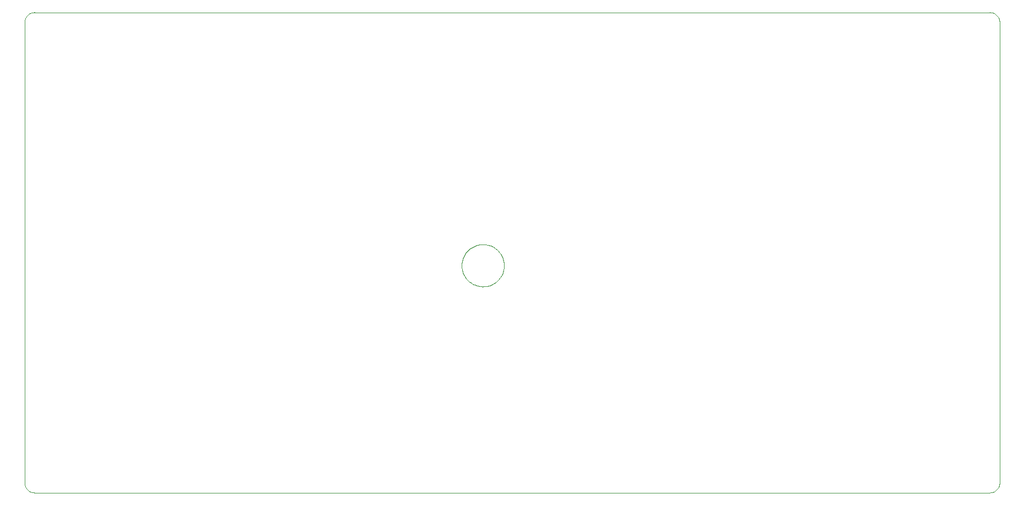
<source format=gko>
G75*
G70*
%OFA0B0*%
%FSLAX24Y24*%
%IPPOS*%
%LPD*%
%AMOC8*
5,1,8,0,0,1.08239X$1,22.5*
%
%ADD10C,0.0039*%
%ADD11C,0.0000*%
D10*
X006071Y001010D02*
X006071Y028963D01*
X006073Y029009D01*
X006078Y029055D01*
X006087Y029101D01*
X006100Y029146D01*
X006116Y029189D01*
X006135Y029231D01*
X006158Y029272D01*
X006184Y029310D01*
X006213Y029347D01*
X006244Y029381D01*
X006278Y029412D01*
X006315Y029441D01*
X006353Y029467D01*
X006394Y029490D01*
X006436Y029509D01*
X006479Y029525D01*
X006524Y029538D01*
X006570Y029547D01*
X006616Y029552D01*
X006662Y029554D01*
X006662Y029553D02*
X064536Y029553D01*
X064536Y029554D02*
X064582Y029552D01*
X064628Y029547D01*
X064674Y029538D01*
X064719Y029525D01*
X064762Y029509D01*
X064804Y029490D01*
X064845Y029467D01*
X064883Y029441D01*
X064920Y029412D01*
X064954Y029381D01*
X064985Y029347D01*
X065014Y029310D01*
X065040Y029272D01*
X065063Y029231D01*
X065082Y029189D01*
X065098Y029146D01*
X065111Y029101D01*
X065120Y029055D01*
X065125Y029009D01*
X065127Y028963D01*
X065126Y028963D02*
X065126Y001010D01*
X065127Y001010D02*
X065125Y000964D01*
X065120Y000918D01*
X065111Y000872D01*
X065098Y000827D01*
X065082Y000784D01*
X065063Y000742D01*
X065040Y000701D01*
X065014Y000663D01*
X064985Y000626D01*
X064954Y000592D01*
X064920Y000561D01*
X064883Y000532D01*
X064845Y000506D01*
X064804Y000483D01*
X064762Y000464D01*
X064719Y000448D01*
X064674Y000435D01*
X064628Y000426D01*
X064582Y000421D01*
X064536Y000419D01*
X006662Y000419D01*
X006616Y000421D01*
X006570Y000426D01*
X006524Y000435D01*
X006479Y000448D01*
X006436Y000464D01*
X006394Y000483D01*
X006353Y000506D01*
X006315Y000532D01*
X006278Y000561D01*
X006244Y000592D01*
X006213Y000626D01*
X006184Y000663D01*
X006158Y000701D01*
X006135Y000742D01*
X006116Y000784D01*
X006100Y000827D01*
X006087Y000872D01*
X006078Y000918D01*
X006073Y000964D01*
X006071Y001010D01*
D11*
X032547Y014199D02*
X032549Y014270D01*
X032555Y014341D01*
X032565Y014412D01*
X032579Y014481D01*
X032596Y014550D01*
X032618Y014618D01*
X032643Y014685D01*
X032672Y014750D01*
X032704Y014813D01*
X032740Y014875D01*
X032779Y014934D01*
X032822Y014991D01*
X032867Y015046D01*
X032916Y015098D01*
X032967Y015147D01*
X033021Y015193D01*
X033078Y015237D01*
X033136Y015277D01*
X033197Y015313D01*
X033260Y015347D01*
X033325Y015376D01*
X033391Y015402D01*
X033459Y015425D01*
X033527Y015443D01*
X033597Y015458D01*
X033667Y015469D01*
X033738Y015476D01*
X033809Y015479D01*
X033880Y015478D01*
X033951Y015473D01*
X034022Y015464D01*
X034092Y015451D01*
X034161Y015435D01*
X034229Y015414D01*
X034296Y015390D01*
X034362Y015362D01*
X034425Y015330D01*
X034487Y015295D01*
X034547Y015257D01*
X034605Y015215D01*
X034660Y015171D01*
X034713Y015123D01*
X034763Y015072D01*
X034810Y015019D01*
X034854Y014963D01*
X034895Y014905D01*
X034933Y014844D01*
X034967Y014782D01*
X034997Y014717D01*
X035024Y014652D01*
X035048Y014584D01*
X035067Y014516D01*
X035083Y014447D01*
X035095Y014376D01*
X035103Y014306D01*
X035107Y014235D01*
X035107Y014163D01*
X035103Y014092D01*
X035095Y014022D01*
X035083Y013951D01*
X035067Y013882D01*
X035048Y013814D01*
X035024Y013746D01*
X034997Y013681D01*
X034967Y013616D01*
X034933Y013554D01*
X034895Y013493D01*
X034854Y013435D01*
X034810Y013379D01*
X034763Y013326D01*
X034713Y013275D01*
X034660Y013227D01*
X034605Y013183D01*
X034547Y013141D01*
X034487Y013103D01*
X034425Y013068D01*
X034362Y013036D01*
X034296Y013008D01*
X034229Y012984D01*
X034161Y012963D01*
X034092Y012947D01*
X034022Y012934D01*
X033951Y012925D01*
X033880Y012920D01*
X033809Y012919D01*
X033738Y012922D01*
X033667Y012929D01*
X033597Y012940D01*
X033527Y012955D01*
X033459Y012973D01*
X033391Y012996D01*
X033325Y013022D01*
X033260Y013051D01*
X033197Y013085D01*
X033136Y013121D01*
X033078Y013161D01*
X033021Y013205D01*
X032967Y013251D01*
X032916Y013300D01*
X032867Y013352D01*
X032822Y013407D01*
X032779Y013464D01*
X032740Y013523D01*
X032704Y013585D01*
X032672Y013648D01*
X032643Y013713D01*
X032618Y013780D01*
X032596Y013848D01*
X032579Y013917D01*
X032565Y013986D01*
X032555Y014057D01*
X032549Y014128D01*
X032547Y014199D01*
M02*

</source>
